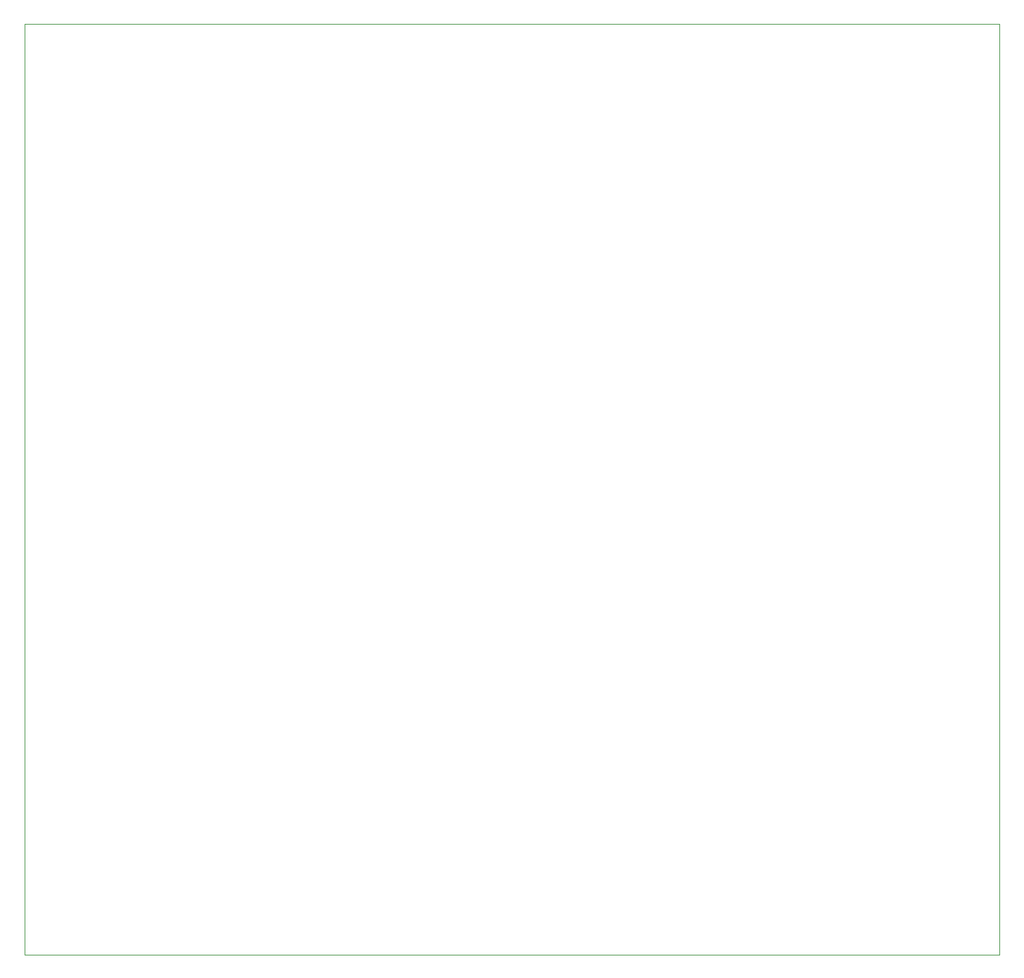
<source format=gbr>
G04 #@! TF.GenerationSoftware,KiCad,Pcbnew,(5.1.2-1)-1*
G04 #@! TF.CreationDate,2019-11-07T15:24:45-05:00*
G04 #@! TF.ProjectId,flow_rate,666c6f77-5f72-4617-9465-2e6b69636164,rev?*
G04 #@! TF.SameCoordinates,Original*
G04 #@! TF.FileFunction,Profile,NP*
%FSLAX46Y46*%
G04 Gerber Fmt 4.6, Leading zero omitted, Abs format (unit mm)*
G04 Created by KiCad (PCBNEW (5.1.2-1)-1) date 2019-11-07 15:24:45*
%MOMM*%
%LPD*%
G04 APERTURE LIST*
%ADD10C,0.050000*%
G04 APERTURE END LIST*
D10*
X228600000Y-139700000D02*
X107950000Y-139700000D01*
X228600000Y-139700000D02*
X228600000Y-24384000D01*
X107950000Y-24384000D02*
X107950000Y-139700000D01*
X228600000Y-24384000D02*
X107950000Y-24384000D01*
M02*

</source>
